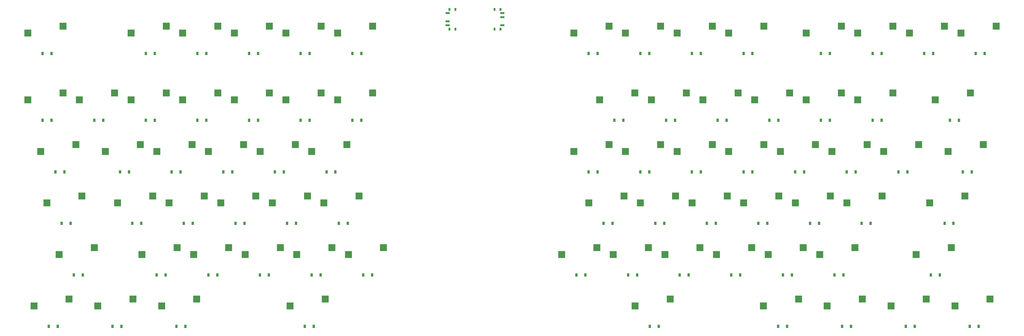
<source format=gbr>
%TF.GenerationSoftware,KiCad,Pcbnew,9.0.2*%
%TF.CreationDate,2025-05-23T00:15:24+09:00*%
%TF.ProjectId,jjongkbd,6a6a6f6e-676b-4626-942e-6b696361645f,0.1*%
%TF.SameCoordinates,Original*%
%TF.FileFunction,Paste,Bot*%
%TF.FilePolarity,Positive*%
%FSLAX46Y46*%
G04 Gerber Fmt 4.6, Leading zero omitted, Abs format (unit mm)*
G04 Created by KiCad (PCBNEW 9.0.2) date 2025-05-23 00:15:24*
%MOMM*%
%LPD*%
G01*
G04 APERTURE LIST*
%ADD10R,2.550000X2.500000*%
%ADD11R,0.900000X1.200000*%
%ADD12R,0.800000X1.000000*%
%ADD13R,1.500000X0.700000*%
G04 APERTURE END LIST*
D10*
%TO.C,S1*%
X30915000Y-54460000D03*
X43842000Y-51920000D03*
%TD*%
%TO.C,S2*%
X68915000Y-54460000D03*
X81842000Y-51920000D03*
%TD*%
%TO.C,S3*%
X87915000Y-54460000D03*
X100842000Y-51920000D03*
%TD*%
%TO.C,S4*%
X106915000Y-54460000D03*
X119842000Y-51920000D03*
%TD*%
%TO.C,S5*%
X125915000Y-54460000D03*
X138842000Y-51920000D03*
%TD*%
%TO.C,S6*%
X144915000Y-54460000D03*
X157842000Y-51920000D03*
%TD*%
%TO.C,S7*%
X30915000Y-79160000D03*
X43842000Y-76620000D03*
%TD*%
%TO.C,S8*%
X49915000Y-79160000D03*
X62842000Y-76620000D03*
%TD*%
%TO.C,S9*%
X68915000Y-79160000D03*
X81842000Y-76620000D03*
%TD*%
%TO.C,S10*%
X87915000Y-79160000D03*
X100842000Y-76620000D03*
%TD*%
%TO.C,S11*%
X106915000Y-79160000D03*
X119842000Y-76620000D03*
%TD*%
%TO.C,S12*%
X125915000Y-79160000D03*
X138842000Y-76620000D03*
%TD*%
%TO.C,S13*%
X144915000Y-79160000D03*
X157842000Y-76620000D03*
%TD*%
%TO.C,S14*%
X35665000Y-98160000D03*
X48592000Y-95620000D03*
%TD*%
%TO.C,S15*%
X59415000Y-98160000D03*
X72342000Y-95620000D03*
%TD*%
%TO.C,S16*%
X78415000Y-98160000D03*
X91342000Y-95620000D03*
%TD*%
%TO.C,S17*%
X97415000Y-98160000D03*
X110342000Y-95620000D03*
%TD*%
%TO.C,S18*%
X116415000Y-98160000D03*
X129342000Y-95620000D03*
%TD*%
%TO.C,S19*%
X135415000Y-98160000D03*
X148342000Y-95620000D03*
%TD*%
%TO.C,S20*%
X37915000Y-117160000D03*
X50842000Y-114620000D03*
%TD*%
%TO.C,S21*%
X63915000Y-117160000D03*
X76842000Y-114620000D03*
%TD*%
%TO.C,S22*%
X82915000Y-117160000D03*
X95842000Y-114620000D03*
%TD*%
%TO.C,S23*%
X101915000Y-117160000D03*
X114842000Y-114620000D03*
%TD*%
%TO.C,S24*%
X120915000Y-117160000D03*
X133842000Y-114620000D03*
%TD*%
%TO.C,S25*%
X139915000Y-117160000D03*
X152842000Y-114620000D03*
%TD*%
%TO.C,S26*%
X42415000Y-136160000D03*
X55342000Y-133620000D03*
%TD*%
%TO.C,S27*%
X72915000Y-136160000D03*
X85842000Y-133620000D03*
%TD*%
%TO.C,S28*%
X91915000Y-136160000D03*
X104842000Y-133620000D03*
%TD*%
%TO.C,S29*%
X110915000Y-136160000D03*
X123842000Y-133620000D03*
%TD*%
%TO.C,S30*%
X129915000Y-136160000D03*
X142842000Y-133620000D03*
%TD*%
%TO.C,S31*%
X148915000Y-136160000D03*
X161842000Y-133620000D03*
%TD*%
%TO.C,S32*%
X33165000Y-155160000D03*
X46092000Y-152620000D03*
%TD*%
%TO.C,S33*%
X56665000Y-155160000D03*
X69592000Y-152620000D03*
%TD*%
%TO.C,S34*%
X80165000Y-155160000D03*
X93092000Y-152620000D03*
%TD*%
%TO.C,S35*%
X127415000Y-155160000D03*
X140342000Y-152620000D03*
%TD*%
%TO.C,S36*%
X372165000Y-155160000D03*
X385092000Y-152620000D03*
%TD*%
%TO.C,S37*%
X348665000Y-155160000D03*
X361592000Y-152620000D03*
%TD*%
%TO.C,S38*%
X325165000Y-155160000D03*
X338092000Y-152620000D03*
%TD*%
%TO.C,S39*%
X301665000Y-155160000D03*
X314592000Y-152620000D03*
%TD*%
%TO.C,S40*%
X254415000Y-155160000D03*
X267342000Y-152620000D03*
%TD*%
%TO.C,S41*%
X357915000Y-136160000D03*
X370842000Y-133620000D03*
%TD*%
%TO.C,S42*%
X322415000Y-136160000D03*
X335342000Y-133620000D03*
%TD*%
%TO.C,S43*%
X303415000Y-136160000D03*
X316342000Y-133620000D03*
%TD*%
%TO.C,S44*%
X284415000Y-136160000D03*
X297342000Y-133620000D03*
%TD*%
%TO.C,S45*%
X265415000Y-136160000D03*
X278342000Y-133620000D03*
%TD*%
%TO.C,S46*%
X246415000Y-136160000D03*
X259342000Y-133620000D03*
%TD*%
%TO.C,S47*%
X227415000Y-136160000D03*
X240342000Y-133620000D03*
%TD*%
%TO.C,S48*%
X362915000Y-117160000D03*
X375842000Y-114620000D03*
%TD*%
%TO.C,S49*%
X332415000Y-117160000D03*
X345342000Y-114620000D03*
%TD*%
%TO.C,S50*%
X313415000Y-117160000D03*
X326342000Y-114620000D03*
%TD*%
%TO.C,S51*%
X294415000Y-117160000D03*
X307342000Y-114620000D03*
%TD*%
%TO.C,S52*%
X275415000Y-117160000D03*
X288342000Y-114620000D03*
%TD*%
%TO.C,S53*%
X256415000Y-117160000D03*
X269342000Y-114620000D03*
%TD*%
%TO.C,S54*%
X237415000Y-117160000D03*
X250342000Y-114620000D03*
%TD*%
%TO.C,S55*%
X369665000Y-98160000D03*
X382592000Y-95620000D03*
%TD*%
%TO.C,S56*%
X345915000Y-98160000D03*
X358842000Y-95620000D03*
%TD*%
%TO.C,S57*%
X326915000Y-98160000D03*
X339842000Y-95620000D03*
%TD*%
%TO.C,S58*%
X307915000Y-98160000D03*
X320842000Y-95620000D03*
%TD*%
%TO.C,S59*%
X288915000Y-98160000D03*
X301842000Y-95620000D03*
%TD*%
%TO.C,S60*%
X269915000Y-98160000D03*
X282842000Y-95620000D03*
%TD*%
%TO.C,S61*%
X250915000Y-98160000D03*
X263842000Y-95620000D03*
%TD*%
%TO.C,S62*%
X231915000Y-98160000D03*
X244842000Y-95620000D03*
%TD*%
%TO.C,S63*%
X364915000Y-79160000D03*
X377842000Y-76620000D03*
%TD*%
%TO.C,S64*%
X336415000Y-79160000D03*
X349342000Y-76620000D03*
%TD*%
%TO.C,S65*%
X317415000Y-79160000D03*
X330342000Y-76620000D03*
%TD*%
%TO.C,S66*%
X298415000Y-79160000D03*
X311342000Y-76620000D03*
%TD*%
%TO.C,S67*%
X279415000Y-79160000D03*
X292342000Y-76620000D03*
%TD*%
%TO.C,S68*%
X260415000Y-79160000D03*
X273342000Y-76620000D03*
%TD*%
%TO.C,S69*%
X241415000Y-79160000D03*
X254342000Y-76620000D03*
%TD*%
%TO.C,S70*%
X374415000Y-54460000D03*
X387342000Y-51920000D03*
%TD*%
%TO.C,S71*%
X355415000Y-54460000D03*
X368342000Y-51920000D03*
%TD*%
%TO.C,S72*%
X336415000Y-54460000D03*
X349342000Y-51920000D03*
%TD*%
%TO.C,S73*%
X317415000Y-54460000D03*
X330342000Y-51920000D03*
%TD*%
%TO.C,S74*%
X288915000Y-54460000D03*
X301842000Y-51920000D03*
%TD*%
%TO.C,S75*%
X269915000Y-54460000D03*
X282842000Y-51920000D03*
%TD*%
%TO.C,S76*%
X250915000Y-54460000D03*
X263842000Y-51920000D03*
%TD*%
%TO.C,S77*%
X231915000Y-54460000D03*
X244842000Y-51920000D03*
%TD*%
D11*
%TO.C,D1*%
X36350000Y-62000000D03*
X39650000Y-62000000D03*
%TD*%
%TO.C,D2*%
X74350000Y-62000000D03*
X77650000Y-62000000D03*
%TD*%
%TO.C,D3*%
X93350000Y-62000000D03*
X96650000Y-62000000D03*
%TD*%
%TO.C,D4*%
X112350000Y-62000000D03*
X115650000Y-62000000D03*
%TD*%
%TO.C,D5*%
X131350000Y-62000000D03*
X134650000Y-62000000D03*
%TD*%
%TO.C,D6*%
X150350000Y-62000000D03*
X153650000Y-62000000D03*
%TD*%
%TO.C,D7*%
X36350000Y-86700000D03*
X39650000Y-86700000D03*
%TD*%
%TO.C,D8*%
X55350000Y-86700000D03*
X58650000Y-86700000D03*
%TD*%
%TO.C,D9*%
X74350000Y-86700000D03*
X77650000Y-86700000D03*
%TD*%
%TO.C,D10*%
X93350000Y-86700000D03*
X96650000Y-86700000D03*
%TD*%
%TO.C,D11*%
X112350000Y-86700000D03*
X115650000Y-86700000D03*
%TD*%
%TO.C,D12*%
X131350000Y-86700000D03*
X134650000Y-86700000D03*
%TD*%
%TO.C,D13*%
X150350000Y-86700000D03*
X153650000Y-86700000D03*
%TD*%
%TO.C,D14*%
X41100000Y-105700000D03*
X44400000Y-105700000D03*
%TD*%
%TO.C,D15*%
X64850000Y-105700000D03*
X68150000Y-105700000D03*
%TD*%
%TO.C,D16*%
X83850000Y-105700000D03*
X87150000Y-105700000D03*
%TD*%
%TO.C,D17*%
X102850000Y-105700000D03*
X106150000Y-105700000D03*
%TD*%
%TO.C,D18*%
X121850000Y-105700000D03*
X125150000Y-105700000D03*
%TD*%
%TO.C,D19*%
X140850000Y-105700000D03*
X144150000Y-105700000D03*
%TD*%
%TO.C,D20*%
X43350000Y-124700000D03*
X46650000Y-124700000D03*
%TD*%
%TO.C,D21*%
X69350000Y-124700000D03*
X72650000Y-124700000D03*
%TD*%
%TO.C,D22*%
X88350000Y-124700000D03*
X91650000Y-124700000D03*
%TD*%
%TO.C,D23*%
X107350000Y-124700000D03*
X110650000Y-124700000D03*
%TD*%
%TO.C,D24*%
X126350000Y-124700000D03*
X129650000Y-124700000D03*
%TD*%
%TO.C,D25*%
X145350000Y-124700000D03*
X148650000Y-124700000D03*
%TD*%
%TO.C,D26*%
X47850000Y-143700000D03*
X51150000Y-143700000D03*
%TD*%
%TO.C,D27*%
X78350000Y-143700000D03*
X81650000Y-143700000D03*
%TD*%
%TO.C,D28*%
X97350000Y-143700000D03*
X100650000Y-143700000D03*
%TD*%
%TO.C,D29*%
X116350000Y-143700000D03*
X119650000Y-143700000D03*
%TD*%
%TO.C,D30*%
X135350000Y-143700000D03*
X138650000Y-143700000D03*
%TD*%
%TO.C,D31*%
X154350000Y-143700000D03*
X157650000Y-143700000D03*
%TD*%
%TO.C,D32*%
X38600000Y-162700000D03*
X41900000Y-162700000D03*
%TD*%
%TO.C,D33*%
X62100000Y-162700000D03*
X65400000Y-162700000D03*
%TD*%
%TO.C,D34*%
X85600000Y-162700000D03*
X88900000Y-162700000D03*
%TD*%
%TO.C,D35*%
X132850000Y-162700000D03*
X136150000Y-162700000D03*
%TD*%
%TO.C,D36*%
X377600000Y-162700000D03*
X380900000Y-162700000D03*
%TD*%
%TO.C,D37*%
X354100000Y-162700000D03*
X357400000Y-162700000D03*
%TD*%
%TO.C,D38*%
X330600000Y-162700000D03*
X333900000Y-162700000D03*
%TD*%
%TO.C,D39*%
X307100000Y-162700000D03*
X310400000Y-162700000D03*
%TD*%
%TO.C,D40*%
X259850000Y-162700000D03*
X263150000Y-162700000D03*
%TD*%
%TO.C,D41*%
X363350000Y-143700000D03*
X366650000Y-143700000D03*
%TD*%
%TO.C,D42*%
X327850000Y-143700000D03*
X331150000Y-143700000D03*
%TD*%
%TO.C,D43*%
X308850000Y-143700000D03*
X312150000Y-143700000D03*
%TD*%
%TO.C,D44*%
X289850000Y-143700000D03*
X293150000Y-143700000D03*
%TD*%
%TO.C,D45*%
X270850000Y-143700000D03*
X274150000Y-143700000D03*
%TD*%
%TO.C,D46*%
X251850000Y-143700000D03*
X255150000Y-143700000D03*
%TD*%
%TO.C,D47*%
X232850000Y-143700000D03*
X236150000Y-143700000D03*
%TD*%
%TO.C,D48*%
X368350000Y-124700000D03*
X371650000Y-124700000D03*
%TD*%
%TO.C,D49*%
X337850000Y-124700000D03*
X341150000Y-124700000D03*
%TD*%
%TO.C,D50*%
X318850000Y-124700000D03*
X322150000Y-124700000D03*
%TD*%
%TO.C,D51*%
X299850000Y-124700000D03*
X303150000Y-124700000D03*
%TD*%
%TO.C,D52*%
X280850000Y-124700000D03*
X284150000Y-124700000D03*
%TD*%
%TO.C,D53*%
X261850000Y-124700000D03*
X265150000Y-124700000D03*
%TD*%
%TO.C,D54*%
X242850000Y-124700000D03*
X246150000Y-124700000D03*
%TD*%
%TO.C,D55*%
X375100000Y-105700000D03*
X378400000Y-105700000D03*
%TD*%
%TO.C,D56*%
X351350000Y-105700000D03*
X354650000Y-105700000D03*
%TD*%
%TO.C,D57*%
X332350000Y-105700000D03*
X335650000Y-105700000D03*
%TD*%
%TO.C,D58*%
X313350000Y-105700000D03*
X316650000Y-105700000D03*
%TD*%
%TO.C,D59*%
X294350000Y-105700000D03*
X297650000Y-105700000D03*
%TD*%
%TO.C,D60*%
X275350000Y-105700000D03*
X278650000Y-105700000D03*
%TD*%
%TO.C,D61*%
X256350000Y-105700000D03*
X259650000Y-105700000D03*
%TD*%
%TO.C,D62*%
X237350000Y-105700000D03*
X240650000Y-105700000D03*
%TD*%
%TO.C,D63*%
X370350000Y-86700000D03*
X373650000Y-86700000D03*
%TD*%
%TO.C,D64*%
X341850000Y-86700000D03*
X345150000Y-86700000D03*
%TD*%
%TO.C,D65*%
X322850000Y-86700000D03*
X326150000Y-86700000D03*
%TD*%
%TO.C,D66*%
X303850000Y-86700000D03*
X307150000Y-86700000D03*
%TD*%
%TO.C,D67*%
X284850000Y-86700000D03*
X288150000Y-86700000D03*
%TD*%
%TO.C,D68*%
X265850000Y-86700000D03*
X269150000Y-86700000D03*
%TD*%
%TO.C,D69*%
X246850000Y-86700000D03*
X250150000Y-86700000D03*
%TD*%
%TO.C,D70*%
X379850000Y-62000000D03*
X383150000Y-62000000D03*
%TD*%
%TO.C,D71*%
X360850000Y-62000000D03*
X364150000Y-62000000D03*
%TD*%
%TO.C,D72*%
X341850000Y-62000000D03*
X345150000Y-62000000D03*
%TD*%
%TO.C,D73*%
X322850000Y-62000000D03*
X326150000Y-62000000D03*
%TD*%
%TO.C,D74*%
X294350000Y-62000000D03*
X297650000Y-62000000D03*
%TD*%
%TO.C,D75*%
X275350000Y-62000000D03*
X278650000Y-62000000D03*
%TD*%
%TO.C,D76*%
X256350000Y-62000000D03*
X259650000Y-62000000D03*
%TD*%
%TO.C,D77*%
X237350000Y-62000000D03*
X240650000Y-62000000D03*
%TD*%
D12*
%TO.C,PWR1*%
X186065000Y-45750000D03*
X188275000Y-45750000D03*
X186065000Y-53050000D03*
X188275000Y-53050000D03*
D13*
X185415000Y-47150000D03*
X185415000Y-50150000D03*
X185415000Y-51650000D03*
%TD*%
D12*
%TO.C,PWR2*%
X204935000Y-53050000D03*
X202725000Y-53050000D03*
X204935000Y-45750000D03*
X202725000Y-45750000D03*
D13*
X205585000Y-51650000D03*
X205585000Y-48650000D03*
X205585000Y-47150000D03*
%TD*%
M02*

</source>
